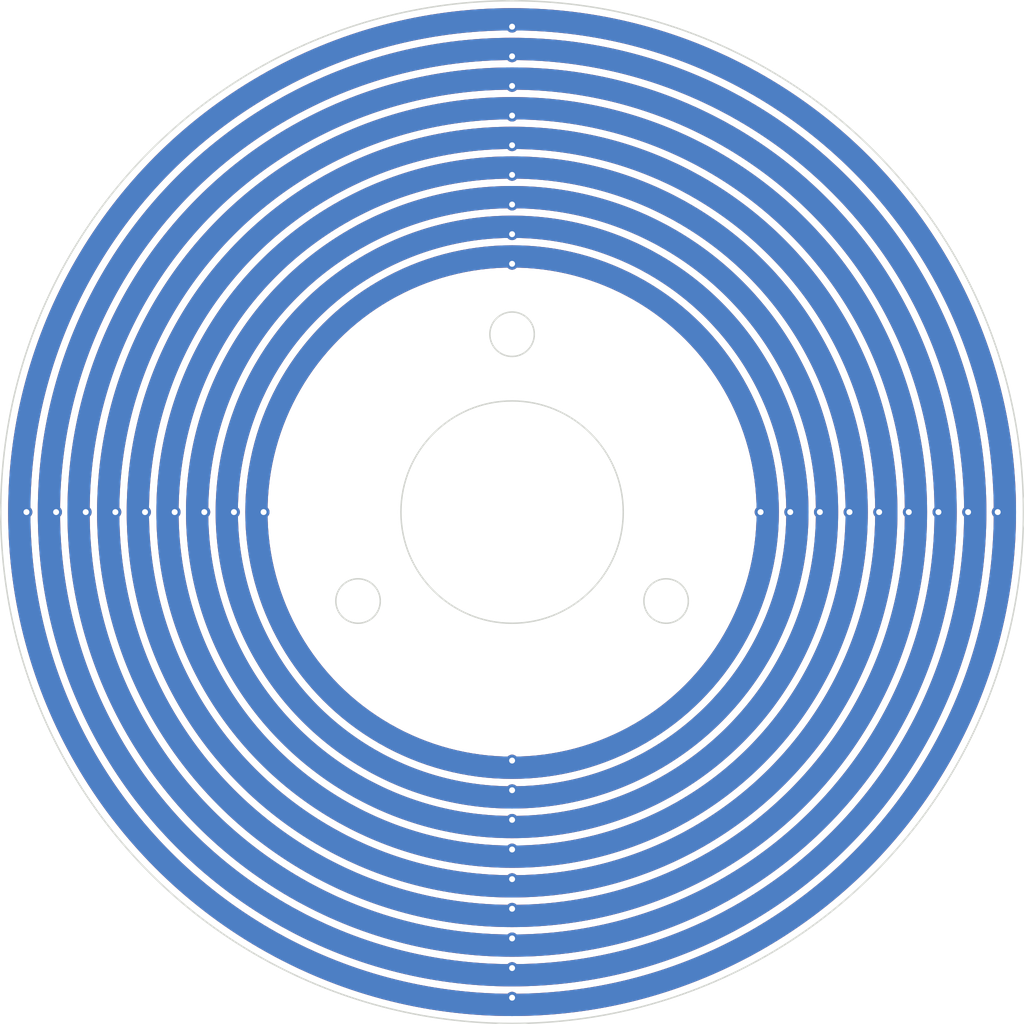
<source format=kicad_pcb>
(kicad_pcb
	(version 20241229)
	(generator "pcbnew")
	(generator_version "9.0")
	(general
		(thickness 1.6)
		(legacy_teardrops no)
	)
	(paper "A4")
	(layers
		(0 "F.Cu" signal)
		(2 "B.Cu" signal)
		(9 "F.Adhes" user "F.Adhesive")
		(11 "B.Adhes" user "B.Adhesive")
		(13 "F.Paste" user)
		(15 "B.Paste" user)
		(5 "F.SilkS" user "F.Silkscreen")
		(7 "B.SilkS" user "B.Silkscreen")
		(1 "F.Mask" user)
		(3 "B.Mask" user)
		(17 "Dwgs.User" user "User.Drawings")
		(19 "Cmts.User" user "User.Comments")
		(21 "Eco1.User" user "User.Eco1")
		(23 "Eco2.User" user "User.Eco2")
		(25 "Edge.Cuts" user)
		(27 "Margin" user)
		(31 "F.CrtYd" user "F.Courtyard")
		(29 "B.CrtYd" user "B.Courtyard")
		(35 "F.Fab" user)
		(33 "B.Fab" user)
		(39 "User.1" user)
		(41 "User.2" user)
		(43 "User.3" user)
		(45 "User.4" user)
	)
	(setup
		(pad_to_mask_clearance 0)
		(allow_soldermask_bridges_in_footprints no)
		(tenting front back)
		(pcbplotparams
			(layerselection 0x00000000_00000000_55555555_5755f5ff)
			(plot_on_all_layers_selection 0x00000000_00000000_00000000_00000000)
			(disableapertmacros no)
			(usegerberextensions no)
			(usegerberattributes yes)
			(usegerberadvancedattributes yes)
			(creategerberjobfile yes)
			(dashed_line_dash_ratio 12.000000)
			(dashed_line_gap_ratio 3.000000)
			(svgprecision 4)
			(plotframeref no)
			(mode 1)
			(useauxorigin no)
			(hpglpennumber 1)
			(hpglpenspeed 20)
			(hpglpendiameter 15.000000)
			(pdf_front_fp_property_popups yes)
			(pdf_back_fp_property_popups yes)
			(pdf_metadata yes)
			(pdf_single_document no)
			(dxfpolygonmode yes)
			(dxfimperialunits yes)
			(dxfusepcbnewfont yes)
			(psnegative no)
			(psa4output no)
			(plot_black_and_white yes)
			(sketchpadsonfab no)
			(plotpadnumbers no)
			(hidednponfab no)
			(sketchdnponfab yes)
			(crossoutdnponfab yes)
			(subtractmaskfromsilk no)
			(outputformat 1)
			(mirror no)
			(drillshape 0)
			(scaleselection 1)
			(outputdirectory "C:/Users/bhavy/OneDrive/Documents/GitHub/IMU-Turntable/build/PCB/X_slip-ring/X_slip-ring_GERBER/X_slip-ring_DRILL/")
		)
	)
	(net 0 "")
	(net 1 "1")
	(net 2 "2")
	(net 3 "3")
	(net 4 "4")
	(net 5 "5")
	(net 6 "6")
	(net 7 "7")
	(net 8 "8")
	(net 9 "9")
	(gr_circle
		(center 0 0)
		(end 46.5 0)
		(stroke
			(width 3)
			(type solid)
		)
		(fill no)
		(layer "F.Cu")
		(net 4)
		(uuid "15982be0-c863-4be9-be48-dfb783d17bce")
	)
	(gr_circle
		(center 0 0)
		(end 34.5 0)
		(stroke
			(width 3)
			(type solid)
		)
		(fill no)
		(layer "F.Cu")
		(net 1)
		(uuid "2e244635-b180-4e11-83aa-93b391ebeec9")
	)
	(gr_circle
		(center 0 0)
		(end 54.5 0)
		(stroke
			(width 3)
			(type solid)
		)
		(fill no)
		(layer "F.Cu")
		(net 6)
		(uuid "94204b8d-5f35-4997-9a51-d2bd08433821")
	)
	(gr_circle
		(center 0 0)
		(end 58.5 0)
		(stroke
			(width 3)
			(type solid)
		)
		(fill no)
		(layer "F.Cu")
		(net 7)
		(uuid "9dff7907-c137-4947-9cd2-0550e59cbce9")
	)
	(gr_circle
		(center 0 0)
		(end 62.5 0)
		(stroke
			(width 3)
			(type solid)
		)
		(fill no)
		(layer "F.Cu")
		(net 8)
		(uuid "c5336dc5-6881-4fe9-9591-7a428ec2d09d")
	)
	(gr_circle
		(center 0 0)
		(end 66.5 0)
		(stroke
			(width 3)
			(type solid)
		)
		(fill no)
		(layer "F.Cu")
		(net 9)
		(uuid "c7990ba7-06fc-484c-9ace-95b403cecae1")
	)
	(gr_circle
		(center 0 0)
		(end 38.5 0)
		(stroke
			(width 3)
			(type solid)
		)
		(fill no)
		(layer "F.Cu")
		(net 2)
		(uuid "ca997728-e276-4824-836f-138b6e390635")
	)
	(gr_circle
		(center 0 0)
		(end 50.5 0)
		(stroke
			(width 3)
			(type solid)
		)
		(fill no)
		(layer "F.Cu")
		(net 5)
		(uuid "cd965bc6-cd1b-4744-b12d-12bb477aa488")
	)
	(gr_circle
		(center 0 0)
		(end 42.5 0)
		(stroke
			(width 3)
			(type solid)
		)
		(fill no)
		(layer "F.Cu")
		(net 3)
		(uuid "f64f3a8d-ee3c-43a0-aa4c-982706f5b262")
	)
	(gr_circle
		(center 0 0)
		(end 50.5 0)
		(stroke
			(width 3)
			(type solid)
		)
		(fill no)
		(layer "B.Cu")
		(net 5)
		(uuid "0c4096b0-b0e5-40d6-a715-1767a2445e59")
	)
	(gr_circle
		(center 0 0)
		(end 54.5 0)
		(stroke
			(width 3)
			(type solid)
		)
		(fill no)
		(layer "B.Cu")
		(net 6)
		(uuid "1b482d46-ee26-45bd-babb-c19e693efea6")
	)
	(gr_circle
		(center 0 0)
		(end 42.5 0)
		(stroke
			(width 3)
			(type solid)
		)
		(fill no)
		(layer "B.Cu")
		(net 3)
		(uuid "28874012-5372-4815-b859-a765f742da69")
	)
	(gr_circle
		(center 0 0)
		(end 34.5 0)
		(stroke
			(width 3)
			(type solid)
		)
		(fill no)
		(layer "B.Cu")
		(net 1)
		(uuid "33614616-5c4f-45ba-9cc1-74648e1ae618")
	)
	(gr_circle
		(center 0 0)
		(end 66.5 0)
		(stroke
			(width 3)
			(type solid)
		)
		(fill no)
		(layer "B.Cu")
		(net 9)
		(uuid "3d231326-9199-4601-84fb-3a1aa74bdfde")
	)
	(gr_circle
		(center 0 0)
		(end 38.5 0)
		(stroke
			(width 3)
			(type solid)
		)
		(fill no)
		(layer "B.Cu")
		(net 2)
		(uuid "50aaa198-147b-4e33-a375-4ea04b76703f")
	)
	(gr_circle
		(center 0 0)
		(end 62.5 0)
		(stroke
			(width 3)
			(type solid)
		)
		(fill no)
		(layer "B.Cu")
		(net 8)
		(uuid "59446b1b-a548-405b-bf7e-768f932ffb5f")
	)
	(gr_circle
		(center 0 0)
		(end 46.5 0)
		(stroke
			(width 3)
			(type solid)
		)
		(fill no)
		(layer "B.Cu")
		(net 4)
		(uuid "61fdbdb7-1c22-4328-b2d5-7c5627766997")
	)
	(gr_circle
		(center 0 0)
		(end 58.5 0)
		(stroke
			(width 3)
			(type solid)
		)
		(fill no)
		(layer "B.Cu")
		(net 7)
		(uuid "6447fe2e-0727-4809-a8e6-baa3d87a14c1")
	)
	(gr_circle
		(center 20.78461 12)
		(end 23.78461 12)
		(stroke
			(width 0.2)
			(type solid)
		)
		(fill no)
		(layer "Edge.Cuts")
		(uuid "2a3f126b-b3b0-419f-a0d6-0eccaf58068e")
	)
	(gr_circle
		(center 0 0)
		(end 69 0)
		(stroke
			(width 0.2)
			(type solid)
		)
		(fill no)
		(layer "Edge.Cuts")
		(uuid "419d6822-ce55-4935-883a-d548902bb620")
	)
	(gr_circle
		(center 0 0)
		(end 15 0)
		(stroke
			(width 0.2)
			(type solid)
		)
		(fill no)
		(layer "Edge.Cuts")
		(uuid "87ce92d7-f5e7-485b-8677-64f08e79fde7")
	)
	(gr_circle
		(center -20.78461 12)
		(end -17.78461 12)
		(stroke
			(width 0.2)
			(type solid)
		)
		(fill no)
		(layer "Edge.Cuts")
		(uuid "e187ebea-916b-4c54-abde-f22673035be3")
	)
	(gr_circle
		(center 0 -24)
		(end 3 -24)
		(stroke
			(width 0.2)
			(type solid)
		)
		(fill no)
		(layer "Edge.Cuts")
		(uuid "f043168b-0307-40af-ad1c-c979feb43bef")
	)
	(via
		(at -33.531 0)
		(size 1.6)
		(drill 0.8)
		(layers "F.Cu" "B.Cu")
		(free yes)
		(net 1)
		(uuid "33a693bb-7f5a-47c1-95a4-0bbc5270eb82")
	)
	(via
		(at 0 33.529)
		(size 1.6)
		(drill 0.8)
		(layers "F.Cu" "B.Cu")
		(free yes)
		(net 1)
		(uuid "5e3b5ea3-fe31-4762-bce3-ee74b7b1fa34")
	)
	(via
		(at 0 -33.5)
		(size 1.6)
		(drill 0.8)
		(layers "F.Cu" "B.Cu")
		(free yes)
		(net 1)
		(uuid "973dd7de-4092-484e-8cd4-cea969574995")
	)
	(via
		(at 33.531 0)
		(size 1.6)
		(drill 0.8)
		(layers "F.Cu" "B.Cu")
		(free yes)
		(net 1)
		(uuid "d5f78434-8b61-4830-a29f-ffb2f5c99e69")
	)
	(via
		(at 0 -37.5)
		(size 1.6)
		(drill 0.8)
		(layers "F.Cu" "B.Cu")
		(free yes)
		(net 2)
		(uuid "2d838b64-036a-4ff7-9b88-3be4d65c149b")
	)
	(via
		(at 37.531 0)
		(size 1.6)
		(drill 0.8)
		(layers "F.Cu" "B.Cu")
		(free yes)
		(net 2)
		(uuid "b2e2e011-7714-4e05-b821-7cb6812f216f")
	)
	(via
		(at 0 37.529)
		(size 1.6)
		(drill 0.8)
		(layers "F.Cu" "B.Cu")
		(free yes)
		(net 2)
		(uuid "bc77ceef-dca1-4c56-ab64-cd548c352b45")
	)
	(via
		(at -37.531 0)
		(size 1.6)
		(drill 0.8)
		(layers "F.Cu" "B.Cu")
		(free yes)
		(net 2)
		(uuid "f8cc6815-0cb9-4576-86b5-34e4cbab361f")
	)
	(via
		(at 41.531 0)
		(size 1.6)
		(drill 0.8)
		(layers "F.Cu" "B.Cu")
		(free yes)
		(net 3)
		(uuid "461a4eb9-3908-47f0-b4e0-072161a15207")
	)
	(via
		(at 0 41.529)
		(size 1.6)
		(drill 0.8)
		(layers "F.Cu" "B.Cu")
		(free yes)
		(net 3)
		(uuid "5ebae401-626c-4e9c-bd16-1db5b0a2758d")
	)
	(via
		(at 0 -41.5)
		(size 1.6)
		(drill 0.8)
		(layers "F.Cu" "B.Cu")
		(free yes)
		(net 3)
		(uuid "7ad0ed41-1e28-42c1-958b-4761caa6a6bd")
	)
	(via
		(at -41.531 0)
		(size 1.6)
		(drill 0.8)
		(layers "F.Cu" "B.Cu")
		(free yes)
		(net 3)
		(uuid "b625f8db-89eb-4ccd-9af0-65df9c1cef74")
	)
	(via
		(at 0 45.529)
		(size 1.6)
		(drill 0.8)
		(layers "F.Cu" "B.Cu")
		(free yes)
		(net 4)
		(uuid "4fe3805c-3e7c-49d0-bc9d-60b5fefc3c7e")
	)
	(via
		(at -45.531 0)
		(size 1.6)
		(drill 0.8)
		(layers "F.Cu" "B.Cu")
		(free yes)
		(net 4)
		(uuid "635ab613-93b5-4c9d-9320-26ad34e14924")
	)
	(via
		(at 0 -45.5)
		(size 1.6)
		(drill 0.8)
		(layers "F.Cu" "B.Cu")
		(free yes)
		(net 4)
		(uuid "8d223957-e747-4564-9290-de4c7c0b41fc")
	)
	(via
		(at 45.531 0)
		(size 1.6)
		(drill 0.8)
		(layers "F.Cu" "B.Cu")
		(free yes)
		(net 4)
		(uuid "dcd89f82-9e11-469a-b75a-c940a75a1089")
	)
	(via
		(at -49.531 0)
		(size 1.6)
		(drill 0.8)
		(layers "F.Cu" "B.Cu")
		(free yes)
		(net 5)
		(uuid "10c287c5-777f-4a2e-8bbb-146abe252e5a")
	)
	(via
		(at 49.531 0)
		(size 1.6)
		(drill 0.8)
		(layers "F.Cu" "B.Cu")
		(free yes)
		(net 5)
		(uuid "1e23fe97-b29b-4f5f-b0a2-7f808610b0cc")
	)
	(via
		(at 0 49.529)
		(size 1.6)
		(drill 0.8)
		(layers "F.Cu" "B.Cu")
		(free yes)
		(net 5)
		(uuid "48c1a485-069f-403a-9d15-94807b6093a1")
	)
	(via
		(at 0 -49.5)
		(size 1.6)
		(drill 0.8)
		(layers "F.Cu" "B.Cu")
		(free yes)
		(net 5)
		(uuid "98a3303d-7454-4045-8b11-aeaa442d71f1")
	)
	(via
		(at 53.531 0)
		(size 1.6)
		(drill 0.8)
		(layers "F.Cu" "B.Cu")
		(free yes)
		(net 6)
		(uuid "2ecb88ad-764c-49be-83a4-aa14ba72a642")
	)
	(via
		(at -53.531 0)
		(size 1.6)
		(drill 0.8)
		(layers "F.Cu" "B.Cu")
		(free yes)
		(net 6)
		(uuid "4226f5df-33b7-45ca-8bb2-3666520fe315")
	)
	(via
		(at 0 -53.5)
		(size 1.6)
		(drill 0.8)
		(layers "F.Cu" "B.Cu")
		(free yes)
		(net 6)
		(uuid "46cfdcf3-9473-4ec7-bde4-f76a8fd0fbe4")
	)
	(via
		(at 0 53.529)
		(size 1.6)
		(drill 0.8)
		(layers "F.Cu" "B.Cu")
		(free yes)
		(net 6)
		(uuid "e23ee826-1cc2-4357-9198-49976e8234f7")
	)
	(via
		(at 57.531 0)
		(size 1.6)
		(drill 0.8)
		(layers "F.Cu" "B.Cu")
		(free yes)
		(net 7)
		(uuid "6201e199-38fe-464e-ad0d-24878ba736a7")
	)
	(via
		(at 0 -57.5)
		(size 1.6)
		(drill 0.8)
		(layers "F.Cu" "B.Cu")
		(free yes)
		(net 7)
		(uuid "6b6f6754-a9ef-412a-89c2-c87b94f09822")
	)
	(via
		(at -57.531 0)
		(size 1.6)
		(drill 0.8)
		(layers "F.Cu" "B.Cu")
		(free yes)
		(net 7)
		(uuid "7ac0af58-cdfc-4c08-9c49-b801fb3a1c7a")
	)
	(via
		(at 0 57.529)
		(size 1.6)
		(drill 0.8)
		(layers "F.Cu" "B.Cu")
		(free yes)
		(net 7)
		(uuid "be64834e-f07c-4b53-ad65-e2b85234d900")
	)
	(via
		(at -61.531 0)
		(size 1.6)
		(drill 0.8)
		(layers "F.Cu" "B.Cu")
		(free yes)
		(net 8)
		(uuid "2481a909-fcc2-4a19-ace0-becd4e1f1315")
	)
	(via
		(at 0 61.529)
		(size 1.6)
		(drill 0.8)
		(layers "F.Cu" "B.Cu")
		(free yes)
		(net 8)
		(uuid "757e2424-b6de-45a1-8b48-0bae3dff7751")
	)
	(via
		(at 61.531 0)
		(size 1.6)
		(drill 0.8)
		(layers "F.Cu" "B.Cu")
		(free yes)
		(net 8)
		(uuid "778d9625-1884-45a9-90e7-e5446bf709c6")
	)
	(via
		(at 0 -61.5)
		(size 1.6)
		(drill 0.8)
		(layers "F.Cu" "B.Cu")
		(free yes)
		(net 8)
		(uuid "f74b297f-9914-4d51-aac4-a0082faf3efb")
	)
	(via
		(at 65.531 0)
		(size 1.6)
		(drill 0.8)
		(layers "F.Cu" "B.Cu")
		(free yes)
		(net 9)
		(uuid "100bf937-7edd-49ef-87e0-5f2d38cf479f")
	)
	(via
		(at -65.531 0)
		(size 1.6)
		(drill 0.8)
		(layers "F.Cu" "B.Cu")
		(free yes)
		(net 9)
		(uuid "e074f8a5-4ae9-412c-88ba-52ad91659f6c")
	)
	(via
		(at 0 65.529)
		(size 1.6)
		(drill 0.8)
		(layers "F.Cu" "B.Cu")
		(free yes)
		(net 9)
		(uuid "ed4c0daf-f4dc-43c8-9fd7-b9d592267aa3")
	)
	(via
		(at 0 -65.5)
		(size 1.6)
		(drill 0.8)
		(layers "F.Cu" "B.Cu")
		(free yes)
		(net 9)
		(uuid "f666e5ad-f6ad-4c84-a739-b71c28c75d09")
	)
	(embedded_fonts no)
)

</source>
